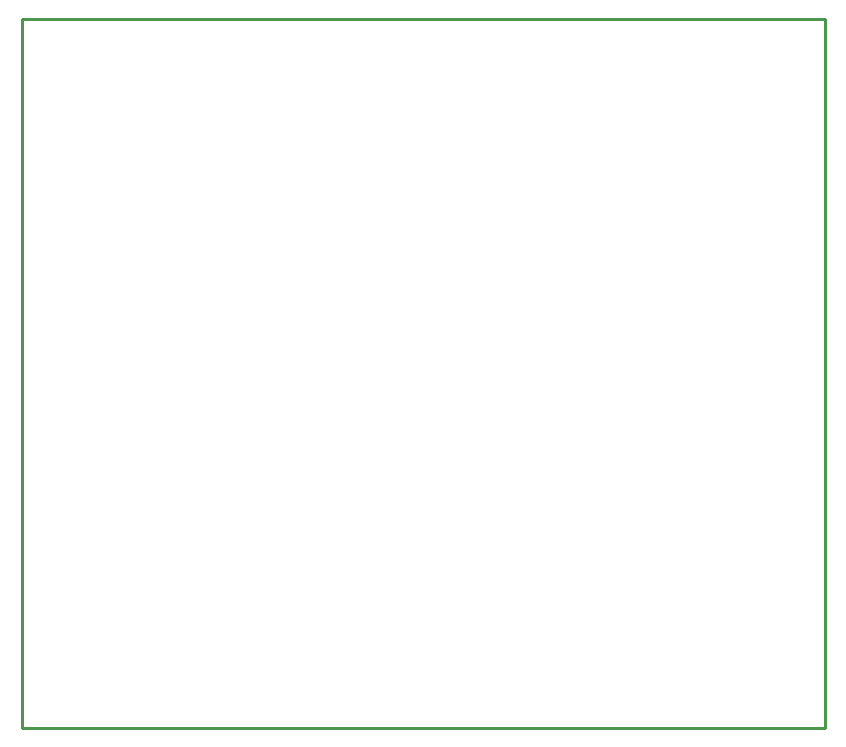
<source format=gko>
G04 Layer: BoardOutlineLayer*
G04 EasyEDA v6.5.39, 2024-01-09 23:26:39*
G04 412fee2aba674f6794ce960f83f023ec,7c1e8d740ba24e6f83eb2d53d3341807,10*
G04 Gerber Generator version 0.2*
G04 Scale: 100 percent, Rotated: No, Reflected: No *
G04 Dimensions in millimeters *
G04 leading zeros omitted , absolute positions ,4 integer and 5 decimal *
%FSLAX45Y45*%
%MOMM*%

%ADD10C,0.2540*%
D10*
X-2387594Y3022594D02*
G01*
X4412391Y3022594D01*
X4412391Y-2977393D01*
X-2387594Y-2977393D01*
X-2387594Y3022594D01*

%LPD*%
M02*

</source>
